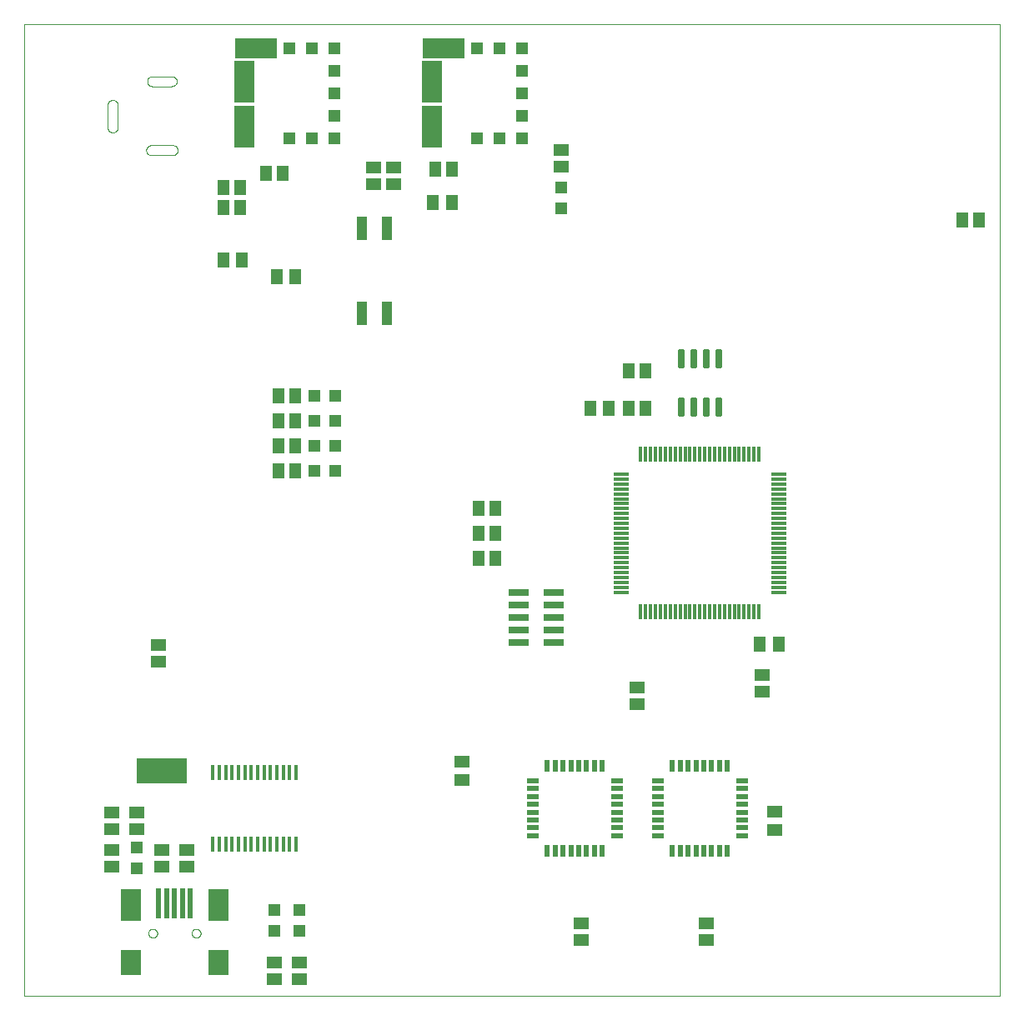
<source format=gtp>
G04 EAGLE Gerber X2 export*
%TF.Part,Single*%
%TF.FileFunction,Other,Solder paste top*%
%TF.FilePolarity,Positive*%
%TF.GenerationSoftware,Autodesk,EAGLE,9.1.1*%
%TF.CreationDate,2018-08-10T13:45:34Z*%
G75*
%MOMM*%
%FSLAX34Y34*%
%LPD*%
%AMOC8*
5,1,8,0,0,1.08239X$1,22.5*%
G01*
%ADD10C,0.000000*%
%ADD11R,1.270000X1.270000*%
%ADD12R,2.030000X4.320000*%
%ADD13R,4.320000X2.030000*%
%ADD14R,1.500000X1.300000*%
%ADD15R,1.300000X1.500000*%
%ADD16R,1.200000X1.200000*%
%ADD17R,2.000000X2.500000*%
%ADD18R,2.000000X3.300000*%
%ADD19R,0.500000X3.100000*%
%ADD20R,0.400000X1.500000*%
%ADD21R,2.050000X0.760000*%
%ADD22R,0.558800X1.270000*%
%ADD23R,1.270000X0.558800*%
%ADD24R,1.130000X2.440000*%
%ADD25R,0.350000X1.500000*%
%ADD26R,1.500000X0.350000*%
%ADD27C,0.300000*%
%ADD28R,5.080000X2.540000*%


D10*
X0Y12700D02*
X990400Y12700D01*
X990400Y1000000D01*
X0Y1000000D01*
X0Y12700D01*
D11*
X269200Y883900D03*
D12*
X223500Y895300D03*
X223500Y941100D03*
D13*
X234900Y975400D03*
D11*
X269200Y975400D03*
X315000Y975400D03*
X315000Y929700D03*
X315000Y906800D03*
X315000Y883900D03*
X292100Y883900D03*
X292100Y975400D03*
X315000Y952500D03*
X459700Y883900D03*
D12*
X414000Y895300D03*
X414000Y941100D03*
D13*
X425400Y975400D03*
D11*
X459700Y975400D03*
X505500Y975400D03*
X505500Y929700D03*
X505500Y906800D03*
X505500Y883900D03*
X482600Y883900D03*
X482600Y975400D03*
X505500Y952500D03*
D14*
X374904Y854066D03*
X374904Y837066D03*
D15*
X433950Y852170D03*
X416950Y852170D03*
X201812Y834136D03*
X218812Y834136D03*
X245500Y848614D03*
X262500Y848614D03*
D16*
X114300Y162900D03*
X114300Y141900D03*
D15*
X613800Y647700D03*
X630800Y647700D03*
D14*
X88900Y160900D03*
X88900Y143900D03*
X88900Y182000D03*
X88900Y199000D03*
X114300Y199000D03*
X114300Y182000D03*
X165100Y160900D03*
X165100Y143900D03*
X139700Y160900D03*
X139700Y143900D03*
D15*
X613800Y609600D03*
X630800Y609600D03*
D14*
X254000Y29600D03*
X254000Y46600D03*
X279400Y29600D03*
X279400Y46600D03*
D17*
X196900Y46200D03*
X107900Y46200D03*
D18*
X196900Y105200D03*
X107900Y105200D03*
D19*
X136400Y106200D03*
X144400Y106200D03*
X152400Y106200D03*
X160400Y106200D03*
X168400Y106200D03*
D10*
X125900Y76200D02*
X125902Y76334D01*
X125908Y76468D01*
X125918Y76601D01*
X125932Y76735D01*
X125950Y76868D01*
X125972Y77000D01*
X125997Y77131D01*
X126027Y77262D01*
X126061Y77392D01*
X126098Y77520D01*
X126139Y77648D01*
X126184Y77774D01*
X126233Y77899D01*
X126285Y78022D01*
X126341Y78144D01*
X126401Y78264D01*
X126464Y78382D01*
X126531Y78498D01*
X126601Y78612D01*
X126675Y78724D01*
X126752Y78834D01*
X126832Y78942D01*
X126915Y79047D01*
X127001Y79149D01*
X127090Y79249D01*
X127183Y79346D01*
X127278Y79441D01*
X127376Y79532D01*
X127476Y79621D01*
X127579Y79706D01*
X127685Y79789D01*
X127793Y79868D01*
X127903Y79944D01*
X128016Y80017D01*
X128131Y80086D01*
X128247Y80152D01*
X128366Y80214D01*
X128486Y80273D01*
X128609Y80328D01*
X128732Y80380D01*
X128857Y80427D01*
X128984Y80471D01*
X129112Y80512D01*
X129241Y80548D01*
X129371Y80581D01*
X129502Y80609D01*
X129633Y80634D01*
X129766Y80655D01*
X129899Y80672D01*
X130032Y80685D01*
X130166Y80694D01*
X130300Y80699D01*
X130434Y80700D01*
X130567Y80697D01*
X130701Y80690D01*
X130835Y80679D01*
X130968Y80664D01*
X131101Y80645D01*
X131233Y80622D01*
X131364Y80596D01*
X131494Y80565D01*
X131624Y80530D01*
X131752Y80492D01*
X131879Y80450D01*
X132005Y80404D01*
X132130Y80354D01*
X132253Y80301D01*
X132374Y80244D01*
X132494Y80183D01*
X132611Y80119D01*
X132727Y80052D01*
X132841Y79981D01*
X132952Y79906D01*
X133061Y79829D01*
X133168Y79748D01*
X133273Y79664D01*
X133374Y79577D01*
X133474Y79487D01*
X133570Y79394D01*
X133664Y79298D01*
X133755Y79199D01*
X133842Y79098D01*
X133927Y78994D01*
X134009Y78888D01*
X134087Y78780D01*
X134162Y78669D01*
X134234Y78556D01*
X134303Y78440D01*
X134368Y78323D01*
X134429Y78204D01*
X134487Y78083D01*
X134541Y77961D01*
X134592Y77837D01*
X134639Y77711D01*
X134682Y77584D01*
X134721Y77456D01*
X134757Y77327D01*
X134788Y77197D01*
X134816Y77066D01*
X134840Y76934D01*
X134860Y76801D01*
X134876Y76668D01*
X134888Y76535D01*
X134896Y76401D01*
X134900Y76267D01*
X134900Y76133D01*
X134896Y75999D01*
X134888Y75865D01*
X134876Y75732D01*
X134860Y75599D01*
X134840Y75466D01*
X134816Y75334D01*
X134788Y75203D01*
X134757Y75073D01*
X134721Y74944D01*
X134682Y74816D01*
X134639Y74689D01*
X134592Y74563D01*
X134541Y74439D01*
X134487Y74317D01*
X134429Y74196D01*
X134368Y74077D01*
X134303Y73960D01*
X134234Y73844D01*
X134162Y73731D01*
X134087Y73620D01*
X134009Y73512D01*
X133927Y73406D01*
X133842Y73302D01*
X133755Y73201D01*
X133664Y73102D01*
X133570Y73006D01*
X133474Y72913D01*
X133374Y72823D01*
X133273Y72736D01*
X133168Y72652D01*
X133061Y72571D01*
X132952Y72494D01*
X132841Y72419D01*
X132727Y72348D01*
X132611Y72281D01*
X132494Y72217D01*
X132374Y72156D01*
X132253Y72099D01*
X132130Y72046D01*
X132005Y71996D01*
X131879Y71950D01*
X131752Y71908D01*
X131624Y71870D01*
X131494Y71835D01*
X131364Y71804D01*
X131233Y71778D01*
X131101Y71755D01*
X130968Y71736D01*
X130835Y71721D01*
X130701Y71710D01*
X130567Y71703D01*
X130434Y71700D01*
X130300Y71701D01*
X130166Y71706D01*
X130032Y71715D01*
X129899Y71728D01*
X129766Y71745D01*
X129633Y71766D01*
X129502Y71791D01*
X129371Y71819D01*
X129241Y71852D01*
X129112Y71888D01*
X128984Y71929D01*
X128857Y71973D01*
X128732Y72020D01*
X128609Y72072D01*
X128486Y72127D01*
X128366Y72186D01*
X128247Y72248D01*
X128131Y72314D01*
X128016Y72383D01*
X127903Y72456D01*
X127793Y72532D01*
X127685Y72611D01*
X127579Y72694D01*
X127476Y72779D01*
X127376Y72868D01*
X127278Y72959D01*
X127183Y73054D01*
X127090Y73151D01*
X127001Y73251D01*
X126915Y73353D01*
X126832Y73458D01*
X126752Y73566D01*
X126675Y73676D01*
X126601Y73788D01*
X126531Y73902D01*
X126464Y74018D01*
X126401Y74136D01*
X126341Y74256D01*
X126285Y74378D01*
X126233Y74501D01*
X126184Y74626D01*
X126139Y74752D01*
X126098Y74880D01*
X126061Y75008D01*
X126027Y75138D01*
X125997Y75269D01*
X125972Y75400D01*
X125950Y75532D01*
X125932Y75665D01*
X125918Y75799D01*
X125908Y75932D01*
X125902Y76066D01*
X125900Y76200D01*
X169900Y76200D02*
X169902Y76334D01*
X169908Y76468D01*
X169918Y76601D01*
X169932Y76735D01*
X169950Y76868D01*
X169972Y77000D01*
X169997Y77131D01*
X170027Y77262D01*
X170061Y77392D01*
X170098Y77520D01*
X170139Y77648D01*
X170184Y77774D01*
X170233Y77899D01*
X170285Y78022D01*
X170341Y78144D01*
X170401Y78264D01*
X170464Y78382D01*
X170531Y78498D01*
X170601Y78612D01*
X170675Y78724D01*
X170752Y78834D01*
X170832Y78942D01*
X170915Y79047D01*
X171001Y79149D01*
X171090Y79249D01*
X171183Y79346D01*
X171278Y79441D01*
X171376Y79532D01*
X171476Y79621D01*
X171579Y79706D01*
X171685Y79789D01*
X171793Y79868D01*
X171903Y79944D01*
X172016Y80017D01*
X172131Y80086D01*
X172247Y80152D01*
X172366Y80214D01*
X172486Y80273D01*
X172609Y80328D01*
X172732Y80380D01*
X172857Y80427D01*
X172984Y80471D01*
X173112Y80512D01*
X173241Y80548D01*
X173371Y80581D01*
X173502Y80609D01*
X173633Y80634D01*
X173766Y80655D01*
X173899Y80672D01*
X174032Y80685D01*
X174166Y80694D01*
X174300Y80699D01*
X174434Y80700D01*
X174567Y80697D01*
X174701Y80690D01*
X174835Y80679D01*
X174968Y80664D01*
X175101Y80645D01*
X175233Y80622D01*
X175364Y80596D01*
X175494Y80565D01*
X175624Y80530D01*
X175752Y80492D01*
X175879Y80450D01*
X176005Y80404D01*
X176130Y80354D01*
X176253Y80301D01*
X176374Y80244D01*
X176494Y80183D01*
X176611Y80119D01*
X176727Y80052D01*
X176841Y79981D01*
X176952Y79906D01*
X177061Y79829D01*
X177168Y79748D01*
X177273Y79664D01*
X177374Y79577D01*
X177474Y79487D01*
X177570Y79394D01*
X177664Y79298D01*
X177755Y79199D01*
X177842Y79098D01*
X177927Y78994D01*
X178009Y78888D01*
X178087Y78780D01*
X178162Y78669D01*
X178234Y78556D01*
X178303Y78440D01*
X178368Y78323D01*
X178429Y78204D01*
X178487Y78083D01*
X178541Y77961D01*
X178592Y77837D01*
X178639Y77711D01*
X178682Y77584D01*
X178721Y77456D01*
X178757Y77327D01*
X178788Y77197D01*
X178816Y77066D01*
X178840Y76934D01*
X178860Y76801D01*
X178876Y76668D01*
X178888Y76535D01*
X178896Y76401D01*
X178900Y76267D01*
X178900Y76133D01*
X178896Y75999D01*
X178888Y75865D01*
X178876Y75732D01*
X178860Y75599D01*
X178840Y75466D01*
X178816Y75334D01*
X178788Y75203D01*
X178757Y75073D01*
X178721Y74944D01*
X178682Y74816D01*
X178639Y74689D01*
X178592Y74563D01*
X178541Y74439D01*
X178487Y74317D01*
X178429Y74196D01*
X178368Y74077D01*
X178303Y73960D01*
X178234Y73844D01*
X178162Y73731D01*
X178087Y73620D01*
X178009Y73512D01*
X177927Y73406D01*
X177842Y73302D01*
X177755Y73201D01*
X177664Y73102D01*
X177570Y73006D01*
X177474Y72913D01*
X177374Y72823D01*
X177273Y72736D01*
X177168Y72652D01*
X177061Y72571D01*
X176952Y72494D01*
X176841Y72419D01*
X176727Y72348D01*
X176611Y72281D01*
X176494Y72217D01*
X176374Y72156D01*
X176253Y72099D01*
X176130Y72046D01*
X176005Y71996D01*
X175879Y71950D01*
X175752Y71908D01*
X175624Y71870D01*
X175494Y71835D01*
X175364Y71804D01*
X175233Y71778D01*
X175101Y71755D01*
X174968Y71736D01*
X174835Y71721D01*
X174701Y71710D01*
X174567Y71703D01*
X174434Y71700D01*
X174300Y71701D01*
X174166Y71706D01*
X174032Y71715D01*
X173899Y71728D01*
X173766Y71745D01*
X173633Y71766D01*
X173502Y71791D01*
X173371Y71819D01*
X173241Y71852D01*
X173112Y71888D01*
X172984Y71929D01*
X172857Y71973D01*
X172732Y72020D01*
X172609Y72072D01*
X172486Y72127D01*
X172366Y72186D01*
X172247Y72248D01*
X172131Y72314D01*
X172016Y72383D01*
X171903Y72456D01*
X171793Y72532D01*
X171685Y72611D01*
X171579Y72694D01*
X171476Y72779D01*
X171376Y72868D01*
X171278Y72959D01*
X171183Y73054D01*
X171090Y73151D01*
X171001Y73251D01*
X170915Y73353D01*
X170832Y73458D01*
X170752Y73566D01*
X170675Y73676D01*
X170601Y73788D01*
X170531Y73902D01*
X170464Y74018D01*
X170401Y74136D01*
X170341Y74256D01*
X170285Y74378D01*
X170233Y74501D01*
X170184Y74626D01*
X170139Y74752D01*
X170098Y74880D01*
X170061Y75008D01*
X170027Y75138D01*
X169997Y75269D01*
X169972Y75400D01*
X169950Y75532D01*
X169932Y75665D01*
X169918Y75799D01*
X169908Y75932D01*
X169902Y76066D01*
X169900Y76200D01*
D20*
X191430Y166950D03*
X197930Y166950D03*
X204430Y166950D03*
X210930Y166950D03*
X217430Y166950D03*
X223930Y166950D03*
X230430Y166950D03*
X236930Y166950D03*
X243430Y166950D03*
X249930Y166950D03*
X256430Y166950D03*
X262930Y166950D03*
X269430Y166950D03*
X275930Y166950D03*
X275930Y239450D03*
X269430Y239450D03*
X262930Y239450D03*
X256430Y239450D03*
X249930Y239450D03*
X243430Y239450D03*
X236930Y239450D03*
X230430Y239450D03*
X223930Y239450D03*
X217430Y239450D03*
X210930Y239450D03*
X204430Y239450D03*
X197930Y239450D03*
X191430Y239450D03*
D15*
X275200Y546100D03*
X258200Y546100D03*
X275200Y571500D03*
X258200Y571500D03*
X275200Y596900D03*
X258200Y596900D03*
X275200Y622300D03*
X258200Y622300D03*
D21*
X537484Y371348D03*
X501884Y371348D03*
X537484Y384048D03*
X501884Y384048D03*
X537484Y396748D03*
X501884Y396748D03*
X537484Y409448D03*
X501884Y409448D03*
X537484Y422148D03*
X501884Y422148D03*
D16*
X279400Y78400D03*
X279400Y99400D03*
X254000Y78400D03*
X254000Y99400D03*
D14*
X565150Y85970D03*
X565150Y68970D03*
X692150Y85970D03*
X692150Y68970D03*
X135890Y352180D03*
X135890Y369180D03*
D22*
X530800Y160274D03*
X538800Y160274D03*
X546800Y160274D03*
X554800Y160274D03*
X562800Y160274D03*
X570800Y160274D03*
X578800Y160274D03*
X586800Y160274D03*
D23*
X601726Y175200D03*
X601726Y183200D03*
X601726Y191200D03*
X601726Y199200D03*
X601726Y207200D03*
X601726Y215200D03*
X601726Y223200D03*
X601726Y231200D03*
D22*
X586800Y246126D03*
X578800Y246126D03*
X570800Y246126D03*
X562800Y246126D03*
X554800Y246126D03*
X546800Y246126D03*
X538800Y246126D03*
X530800Y246126D03*
D23*
X515874Y231200D03*
X515874Y223200D03*
X515874Y215200D03*
X515874Y207200D03*
X515874Y199200D03*
X515874Y191200D03*
X515874Y183200D03*
X515874Y175200D03*
D14*
X444500Y250800D03*
X444500Y231800D03*
D22*
X657800Y160274D03*
X665800Y160274D03*
X673800Y160274D03*
X681800Y160274D03*
X689800Y160274D03*
X697800Y160274D03*
X705800Y160274D03*
X713800Y160274D03*
D23*
X728726Y175200D03*
X728726Y183200D03*
X728726Y191200D03*
X728726Y199200D03*
X728726Y207200D03*
X728726Y215200D03*
X728726Y223200D03*
X728726Y231200D03*
D22*
X713800Y246126D03*
X705800Y246126D03*
X697800Y246126D03*
X689800Y246126D03*
X681800Y246126D03*
X673800Y246126D03*
X665800Y246126D03*
X657800Y246126D03*
D23*
X642874Y231200D03*
X642874Y223200D03*
X642874Y215200D03*
X642874Y207200D03*
X642874Y199200D03*
X642874Y191200D03*
X642874Y183200D03*
X642874Y175200D03*
D14*
X762000Y181000D03*
X762000Y200000D03*
D15*
X478400Y457200D03*
X461400Y457200D03*
X478400Y482600D03*
X461400Y482600D03*
X478400Y508000D03*
X461400Y508000D03*
D14*
X354330Y837066D03*
X354330Y854066D03*
D15*
X218812Y813562D03*
X201812Y813562D03*
D24*
X368300Y792300D03*
X342900Y792300D03*
X342900Y706300D03*
X368300Y706300D03*
D16*
X315300Y546100D03*
X294300Y546100D03*
X315300Y571500D03*
X294300Y571500D03*
X315300Y596900D03*
X294300Y596900D03*
X315300Y622300D03*
X294300Y622300D03*
D25*
X625800Y402600D03*
X630800Y402600D03*
X635800Y402600D03*
X640800Y402600D03*
X645800Y402600D03*
X650800Y402600D03*
X655800Y402600D03*
X660800Y402600D03*
X665800Y402600D03*
X670800Y402600D03*
X675800Y402600D03*
X680800Y402600D03*
X685800Y402600D03*
X690800Y402600D03*
X695800Y402600D03*
X700800Y402600D03*
X705800Y402600D03*
X710800Y402600D03*
X715800Y402600D03*
X720800Y402600D03*
X725800Y402600D03*
X730800Y402600D03*
X735800Y402600D03*
X740800Y402600D03*
X745800Y402600D03*
D26*
X765800Y422600D03*
X765800Y427600D03*
X765800Y432600D03*
X765800Y437600D03*
X765800Y442600D03*
X765800Y447600D03*
X765800Y452600D03*
X765800Y457600D03*
X765800Y462600D03*
X765800Y467600D03*
X765800Y472600D03*
X765800Y477600D03*
X765800Y482600D03*
X765800Y487600D03*
X765800Y492600D03*
X765800Y497600D03*
X765800Y502600D03*
X765800Y507600D03*
X765800Y512600D03*
X765800Y517600D03*
X765800Y522600D03*
X765800Y527600D03*
X765800Y532600D03*
X765800Y537600D03*
X765800Y542600D03*
D25*
X745800Y562600D03*
X740800Y562600D03*
X735800Y562600D03*
X730800Y562600D03*
X725800Y562600D03*
X720800Y562600D03*
X715800Y562600D03*
X710800Y562600D03*
X705800Y562600D03*
X700800Y562600D03*
X695800Y562600D03*
X690800Y562600D03*
X685800Y562600D03*
X680800Y562600D03*
X675800Y562600D03*
X670800Y562600D03*
X665800Y562600D03*
X660800Y562600D03*
X655800Y562600D03*
X650800Y562600D03*
X645800Y562600D03*
X640800Y562600D03*
X635800Y562600D03*
X630800Y562600D03*
X625800Y562600D03*
D26*
X605800Y542600D03*
X605800Y537600D03*
X605800Y532600D03*
X605800Y527600D03*
X605800Y522600D03*
X605800Y517600D03*
X605800Y512600D03*
X605800Y507600D03*
X605800Y502600D03*
X605800Y497600D03*
X605800Y492600D03*
X605800Y487600D03*
X605800Y482600D03*
X605800Y477600D03*
X605800Y472600D03*
X605800Y467600D03*
X605800Y462600D03*
X605800Y457600D03*
X605800Y452600D03*
X605800Y447600D03*
X605800Y442600D03*
X605800Y437600D03*
X605800Y432600D03*
X605800Y427600D03*
X605800Y422600D03*
D27*
X668250Y602350D02*
X668250Y618450D01*
X668250Y602350D02*
X665250Y602350D01*
X665250Y618450D01*
X668250Y618450D01*
X668250Y605200D02*
X665250Y605200D01*
X665250Y608050D02*
X668250Y608050D01*
X668250Y610900D02*
X665250Y610900D01*
X665250Y613750D02*
X668250Y613750D01*
X668250Y616600D02*
X665250Y616600D01*
X680950Y618450D02*
X680950Y602350D01*
X677950Y602350D01*
X677950Y618450D01*
X680950Y618450D01*
X680950Y605200D02*
X677950Y605200D01*
X677950Y608050D02*
X680950Y608050D01*
X680950Y610900D02*
X677950Y610900D01*
X677950Y613750D02*
X680950Y613750D01*
X680950Y616600D02*
X677950Y616600D01*
X693650Y618450D02*
X693650Y602350D01*
X690650Y602350D01*
X690650Y618450D01*
X693650Y618450D01*
X693650Y605200D02*
X690650Y605200D01*
X690650Y608050D02*
X693650Y608050D01*
X693650Y610900D02*
X690650Y610900D01*
X690650Y613750D02*
X693650Y613750D01*
X693650Y616600D02*
X690650Y616600D01*
X706350Y618450D02*
X706350Y602350D01*
X703350Y602350D01*
X703350Y618450D01*
X706350Y618450D01*
X706350Y605200D02*
X703350Y605200D01*
X703350Y608050D02*
X706350Y608050D01*
X706350Y610900D02*
X703350Y610900D01*
X703350Y613750D02*
X706350Y613750D01*
X706350Y616600D02*
X703350Y616600D01*
X706350Y651550D02*
X706350Y667650D01*
X706350Y651550D02*
X703350Y651550D01*
X703350Y667650D01*
X706350Y667650D01*
X706350Y654400D02*
X703350Y654400D01*
X703350Y657250D02*
X706350Y657250D01*
X706350Y660100D02*
X703350Y660100D01*
X703350Y662950D02*
X706350Y662950D01*
X706350Y665800D02*
X703350Y665800D01*
X693650Y667650D02*
X693650Y651550D01*
X690650Y651550D01*
X690650Y667650D01*
X693650Y667650D01*
X693650Y654400D02*
X690650Y654400D01*
X690650Y657250D02*
X693650Y657250D01*
X693650Y660100D02*
X690650Y660100D01*
X690650Y662950D02*
X693650Y662950D01*
X693650Y665800D02*
X690650Y665800D01*
X680950Y667650D02*
X680950Y651550D01*
X677950Y651550D01*
X677950Y667650D01*
X680950Y667650D01*
X680950Y654400D02*
X677950Y654400D01*
X677950Y657250D02*
X680950Y657250D01*
X680950Y660100D02*
X677950Y660100D01*
X677950Y662950D02*
X680950Y662950D01*
X680950Y665800D02*
X677950Y665800D01*
X668250Y667650D02*
X668250Y651550D01*
X665250Y651550D01*
X665250Y667650D01*
X668250Y667650D01*
X668250Y654400D02*
X665250Y654400D01*
X665250Y657250D02*
X668250Y657250D01*
X668250Y660100D02*
X665250Y660100D01*
X665250Y662950D02*
X668250Y662950D01*
X668250Y665800D02*
X665250Y665800D01*
D15*
X968874Y800608D03*
X951874Y800608D03*
D10*
X149700Y936700D02*
X149840Y936702D01*
X149980Y936708D01*
X150120Y936718D01*
X150260Y936731D01*
X150399Y936749D01*
X150538Y936771D01*
X150675Y936796D01*
X150813Y936825D01*
X150949Y936858D01*
X151084Y936895D01*
X151218Y936936D01*
X151351Y936981D01*
X151483Y937029D01*
X151613Y937081D01*
X151742Y937136D01*
X151869Y937195D01*
X151995Y937258D01*
X152119Y937324D01*
X152240Y937393D01*
X152360Y937466D01*
X152478Y937543D01*
X152593Y937622D01*
X152707Y937705D01*
X152817Y937791D01*
X152926Y937880D01*
X153032Y937972D01*
X153135Y938067D01*
X153236Y938164D01*
X153333Y938265D01*
X153428Y938368D01*
X153520Y938474D01*
X153609Y938583D01*
X153695Y938693D01*
X153778Y938807D01*
X153857Y938922D01*
X153934Y939040D01*
X154007Y939160D01*
X154076Y939281D01*
X154142Y939405D01*
X154205Y939531D01*
X154264Y939658D01*
X154319Y939787D01*
X154371Y939917D01*
X154419Y940049D01*
X154464Y940182D01*
X154505Y940316D01*
X154542Y940451D01*
X154575Y940587D01*
X154604Y940725D01*
X154629Y940862D01*
X154651Y941001D01*
X154669Y941140D01*
X154682Y941280D01*
X154692Y941420D01*
X154698Y941560D01*
X154700Y941700D01*
X154698Y941840D01*
X154692Y941980D01*
X154682Y942120D01*
X154669Y942260D01*
X154651Y942399D01*
X154629Y942538D01*
X154604Y942675D01*
X154575Y942813D01*
X154542Y942949D01*
X154505Y943084D01*
X154464Y943218D01*
X154419Y943351D01*
X154371Y943483D01*
X154319Y943613D01*
X154264Y943742D01*
X154205Y943869D01*
X154142Y943995D01*
X154076Y944119D01*
X154007Y944240D01*
X153934Y944360D01*
X153857Y944478D01*
X153778Y944593D01*
X153695Y944707D01*
X153609Y944817D01*
X153520Y944926D01*
X153428Y945032D01*
X153333Y945135D01*
X153236Y945236D01*
X153135Y945333D01*
X153032Y945428D01*
X152926Y945520D01*
X152817Y945609D01*
X152707Y945695D01*
X152593Y945778D01*
X152478Y945857D01*
X152360Y945934D01*
X152240Y946007D01*
X152119Y946076D01*
X151995Y946142D01*
X151869Y946205D01*
X151742Y946264D01*
X151613Y946319D01*
X151483Y946371D01*
X151351Y946419D01*
X151218Y946464D01*
X151084Y946505D01*
X150949Y946542D01*
X150813Y946575D01*
X150675Y946604D01*
X150538Y946629D01*
X150399Y946651D01*
X150260Y946669D01*
X150120Y946682D01*
X149980Y946692D01*
X149840Y946698D01*
X149700Y946700D01*
X129700Y946700D02*
X129560Y946698D01*
X129420Y946692D01*
X129280Y946682D01*
X129140Y946669D01*
X129001Y946651D01*
X128862Y946629D01*
X128725Y946604D01*
X128587Y946575D01*
X128451Y946542D01*
X128316Y946505D01*
X128182Y946464D01*
X128049Y946419D01*
X127917Y946371D01*
X127787Y946319D01*
X127658Y946264D01*
X127531Y946205D01*
X127405Y946142D01*
X127281Y946076D01*
X127160Y946007D01*
X127040Y945934D01*
X126922Y945857D01*
X126807Y945778D01*
X126693Y945695D01*
X126583Y945609D01*
X126474Y945520D01*
X126368Y945428D01*
X126265Y945333D01*
X126164Y945236D01*
X126067Y945135D01*
X125972Y945032D01*
X125880Y944926D01*
X125791Y944817D01*
X125705Y944707D01*
X125622Y944593D01*
X125543Y944478D01*
X125466Y944360D01*
X125393Y944240D01*
X125324Y944119D01*
X125258Y943995D01*
X125195Y943869D01*
X125136Y943742D01*
X125081Y943613D01*
X125029Y943483D01*
X124981Y943351D01*
X124936Y943218D01*
X124895Y943084D01*
X124858Y942949D01*
X124825Y942813D01*
X124796Y942675D01*
X124771Y942538D01*
X124749Y942399D01*
X124731Y942260D01*
X124718Y942120D01*
X124708Y941980D01*
X124702Y941840D01*
X124700Y941700D01*
X124702Y941560D01*
X124708Y941420D01*
X124718Y941280D01*
X124731Y941140D01*
X124749Y941001D01*
X124771Y940862D01*
X124796Y940725D01*
X124825Y940587D01*
X124858Y940451D01*
X124895Y940316D01*
X124936Y940182D01*
X124981Y940049D01*
X125029Y939917D01*
X125081Y939787D01*
X125136Y939658D01*
X125195Y939531D01*
X125258Y939405D01*
X125324Y939281D01*
X125393Y939160D01*
X125466Y939040D01*
X125543Y938922D01*
X125622Y938807D01*
X125705Y938693D01*
X125791Y938583D01*
X125880Y938474D01*
X125972Y938368D01*
X126067Y938265D01*
X126164Y938164D01*
X126265Y938067D01*
X126368Y937972D01*
X126474Y937880D01*
X126583Y937791D01*
X126693Y937705D01*
X126807Y937622D01*
X126922Y937543D01*
X127040Y937466D01*
X127160Y937393D01*
X127281Y937324D01*
X127405Y937258D01*
X127531Y937195D01*
X127658Y937136D01*
X127787Y937081D01*
X127917Y937029D01*
X128049Y936981D01*
X128182Y936936D01*
X128316Y936895D01*
X128451Y936858D01*
X128587Y936825D01*
X128725Y936796D01*
X128862Y936771D01*
X129001Y936749D01*
X129140Y936731D01*
X129280Y936718D01*
X129420Y936708D01*
X129560Y936702D01*
X129700Y936700D01*
X149700Y936700D01*
X149700Y946700D02*
X129700Y946700D01*
X94700Y894700D02*
X94698Y894560D01*
X94692Y894420D01*
X94682Y894280D01*
X94669Y894140D01*
X94651Y894001D01*
X94629Y893862D01*
X94604Y893725D01*
X94575Y893587D01*
X94542Y893451D01*
X94505Y893316D01*
X94464Y893182D01*
X94419Y893049D01*
X94371Y892917D01*
X94319Y892787D01*
X94264Y892658D01*
X94205Y892531D01*
X94142Y892405D01*
X94076Y892281D01*
X94007Y892160D01*
X93934Y892040D01*
X93857Y891922D01*
X93778Y891807D01*
X93695Y891693D01*
X93609Y891583D01*
X93520Y891474D01*
X93428Y891368D01*
X93333Y891265D01*
X93236Y891164D01*
X93135Y891067D01*
X93032Y890972D01*
X92926Y890880D01*
X92817Y890791D01*
X92707Y890705D01*
X92593Y890622D01*
X92478Y890543D01*
X92360Y890466D01*
X92240Y890393D01*
X92119Y890324D01*
X91995Y890258D01*
X91869Y890195D01*
X91742Y890136D01*
X91613Y890081D01*
X91483Y890029D01*
X91351Y889981D01*
X91218Y889936D01*
X91084Y889895D01*
X90949Y889858D01*
X90813Y889825D01*
X90675Y889796D01*
X90538Y889771D01*
X90399Y889749D01*
X90260Y889731D01*
X90120Y889718D01*
X89980Y889708D01*
X89840Y889702D01*
X89700Y889700D01*
X89560Y889702D01*
X89420Y889708D01*
X89280Y889718D01*
X89140Y889731D01*
X89001Y889749D01*
X88862Y889771D01*
X88725Y889796D01*
X88587Y889825D01*
X88451Y889858D01*
X88316Y889895D01*
X88182Y889936D01*
X88049Y889981D01*
X87917Y890029D01*
X87787Y890081D01*
X87658Y890136D01*
X87531Y890195D01*
X87405Y890258D01*
X87281Y890324D01*
X87160Y890393D01*
X87040Y890466D01*
X86922Y890543D01*
X86807Y890622D01*
X86693Y890705D01*
X86583Y890791D01*
X86474Y890880D01*
X86368Y890972D01*
X86265Y891067D01*
X86164Y891164D01*
X86067Y891265D01*
X85972Y891368D01*
X85880Y891474D01*
X85791Y891583D01*
X85705Y891693D01*
X85622Y891807D01*
X85543Y891922D01*
X85466Y892040D01*
X85393Y892160D01*
X85324Y892281D01*
X85258Y892405D01*
X85195Y892531D01*
X85136Y892658D01*
X85081Y892787D01*
X85029Y892917D01*
X84981Y893049D01*
X84936Y893182D01*
X84895Y893316D01*
X84858Y893451D01*
X84825Y893587D01*
X84796Y893725D01*
X84771Y893862D01*
X84749Y894001D01*
X84731Y894140D01*
X84718Y894280D01*
X84708Y894420D01*
X84702Y894560D01*
X84700Y894700D01*
X84700Y917700D02*
X84702Y917840D01*
X84708Y917980D01*
X84718Y918120D01*
X84731Y918260D01*
X84749Y918399D01*
X84771Y918538D01*
X84796Y918675D01*
X84825Y918813D01*
X84858Y918949D01*
X84895Y919084D01*
X84936Y919218D01*
X84981Y919351D01*
X85029Y919483D01*
X85081Y919613D01*
X85136Y919742D01*
X85195Y919869D01*
X85258Y919995D01*
X85324Y920119D01*
X85393Y920240D01*
X85466Y920360D01*
X85543Y920478D01*
X85622Y920593D01*
X85705Y920707D01*
X85791Y920817D01*
X85880Y920926D01*
X85972Y921032D01*
X86067Y921135D01*
X86164Y921236D01*
X86265Y921333D01*
X86368Y921428D01*
X86474Y921520D01*
X86583Y921609D01*
X86693Y921695D01*
X86807Y921778D01*
X86922Y921857D01*
X87040Y921934D01*
X87160Y922007D01*
X87281Y922076D01*
X87405Y922142D01*
X87531Y922205D01*
X87658Y922264D01*
X87787Y922319D01*
X87917Y922371D01*
X88049Y922419D01*
X88182Y922464D01*
X88316Y922505D01*
X88451Y922542D01*
X88587Y922575D01*
X88725Y922604D01*
X88862Y922629D01*
X89001Y922651D01*
X89140Y922669D01*
X89280Y922682D01*
X89420Y922692D01*
X89560Y922698D01*
X89700Y922700D01*
X89840Y922698D01*
X89980Y922692D01*
X90120Y922682D01*
X90260Y922669D01*
X90399Y922651D01*
X90538Y922629D01*
X90675Y922604D01*
X90813Y922575D01*
X90949Y922542D01*
X91084Y922505D01*
X91218Y922464D01*
X91351Y922419D01*
X91483Y922371D01*
X91613Y922319D01*
X91742Y922264D01*
X91869Y922205D01*
X91995Y922142D01*
X92119Y922076D01*
X92240Y922007D01*
X92360Y921934D01*
X92478Y921857D01*
X92593Y921778D01*
X92707Y921695D01*
X92817Y921609D01*
X92926Y921520D01*
X93032Y921428D01*
X93135Y921333D01*
X93236Y921236D01*
X93333Y921135D01*
X93428Y921032D01*
X93520Y920926D01*
X93609Y920817D01*
X93695Y920707D01*
X93778Y920593D01*
X93857Y920478D01*
X93934Y920360D01*
X94007Y920240D01*
X94076Y920119D01*
X94142Y919995D01*
X94205Y919869D01*
X94264Y919742D01*
X94319Y919613D01*
X94371Y919483D01*
X94419Y919351D01*
X94464Y919218D01*
X94505Y919084D01*
X94542Y918949D01*
X94575Y918813D01*
X94604Y918675D01*
X94629Y918538D01*
X94651Y918399D01*
X94669Y918260D01*
X94682Y918120D01*
X94692Y917980D01*
X94698Y917840D01*
X94700Y917700D01*
X84700Y917700D02*
X84700Y894700D01*
X94700Y894700D02*
X94700Y917700D01*
X150700Y876700D02*
X150840Y876698D01*
X150980Y876692D01*
X151120Y876682D01*
X151260Y876669D01*
X151399Y876651D01*
X151538Y876629D01*
X151675Y876604D01*
X151813Y876575D01*
X151949Y876542D01*
X152084Y876505D01*
X152218Y876464D01*
X152351Y876419D01*
X152483Y876371D01*
X152613Y876319D01*
X152742Y876264D01*
X152869Y876205D01*
X152995Y876142D01*
X153119Y876076D01*
X153240Y876007D01*
X153360Y875934D01*
X153478Y875857D01*
X153593Y875778D01*
X153707Y875695D01*
X153817Y875609D01*
X153926Y875520D01*
X154032Y875428D01*
X154135Y875333D01*
X154236Y875236D01*
X154333Y875135D01*
X154428Y875032D01*
X154520Y874926D01*
X154609Y874817D01*
X154695Y874707D01*
X154778Y874593D01*
X154857Y874478D01*
X154934Y874360D01*
X155007Y874240D01*
X155076Y874119D01*
X155142Y873995D01*
X155205Y873869D01*
X155264Y873742D01*
X155319Y873613D01*
X155371Y873483D01*
X155419Y873351D01*
X155464Y873218D01*
X155505Y873084D01*
X155542Y872949D01*
X155575Y872813D01*
X155604Y872675D01*
X155629Y872538D01*
X155651Y872399D01*
X155669Y872260D01*
X155682Y872120D01*
X155692Y871980D01*
X155698Y871840D01*
X155700Y871700D01*
X155698Y871560D01*
X155692Y871420D01*
X155682Y871280D01*
X155669Y871140D01*
X155651Y871001D01*
X155629Y870862D01*
X155604Y870725D01*
X155575Y870587D01*
X155542Y870451D01*
X155505Y870316D01*
X155464Y870182D01*
X155419Y870049D01*
X155371Y869917D01*
X155319Y869787D01*
X155264Y869658D01*
X155205Y869531D01*
X155142Y869405D01*
X155076Y869281D01*
X155007Y869160D01*
X154934Y869040D01*
X154857Y868922D01*
X154778Y868807D01*
X154695Y868693D01*
X154609Y868583D01*
X154520Y868474D01*
X154428Y868368D01*
X154333Y868265D01*
X154236Y868164D01*
X154135Y868067D01*
X154032Y867972D01*
X153926Y867880D01*
X153817Y867791D01*
X153707Y867705D01*
X153593Y867622D01*
X153478Y867543D01*
X153360Y867466D01*
X153240Y867393D01*
X153119Y867324D01*
X152995Y867258D01*
X152869Y867195D01*
X152742Y867136D01*
X152613Y867081D01*
X152483Y867029D01*
X152351Y866981D01*
X152218Y866936D01*
X152084Y866895D01*
X151949Y866858D01*
X151813Y866825D01*
X151675Y866796D01*
X151538Y866771D01*
X151399Y866749D01*
X151260Y866731D01*
X151120Y866718D01*
X150980Y866708D01*
X150840Y866702D01*
X150700Y866700D01*
X128700Y866700D02*
X128560Y866702D01*
X128420Y866708D01*
X128280Y866718D01*
X128140Y866731D01*
X128001Y866749D01*
X127862Y866771D01*
X127725Y866796D01*
X127587Y866825D01*
X127451Y866858D01*
X127316Y866895D01*
X127182Y866936D01*
X127049Y866981D01*
X126917Y867029D01*
X126787Y867081D01*
X126658Y867136D01*
X126531Y867195D01*
X126405Y867258D01*
X126281Y867324D01*
X126160Y867393D01*
X126040Y867466D01*
X125922Y867543D01*
X125807Y867622D01*
X125693Y867705D01*
X125583Y867791D01*
X125474Y867880D01*
X125368Y867972D01*
X125265Y868067D01*
X125164Y868164D01*
X125067Y868265D01*
X124972Y868368D01*
X124880Y868474D01*
X124791Y868583D01*
X124705Y868693D01*
X124622Y868807D01*
X124543Y868922D01*
X124466Y869040D01*
X124393Y869160D01*
X124324Y869281D01*
X124258Y869405D01*
X124195Y869531D01*
X124136Y869658D01*
X124081Y869787D01*
X124029Y869917D01*
X123981Y870049D01*
X123936Y870182D01*
X123895Y870316D01*
X123858Y870451D01*
X123825Y870587D01*
X123796Y870725D01*
X123771Y870862D01*
X123749Y871001D01*
X123731Y871140D01*
X123718Y871280D01*
X123708Y871420D01*
X123702Y871560D01*
X123700Y871700D01*
X123702Y871840D01*
X123708Y871980D01*
X123718Y872120D01*
X123731Y872260D01*
X123749Y872399D01*
X123771Y872538D01*
X123796Y872675D01*
X123825Y872813D01*
X123858Y872949D01*
X123895Y873084D01*
X123936Y873218D01*
X123981Y873351D01*
X124029Y873483D01*
X124081Y873613D01*
X124136Y873742D01*
X124195Y873869D01*
X124258Y873995D01*
X124324Y874119D01*
X124393Y874240D01*
X124466Y874360D01*
X124543Y874478D01*
X124622Y874593D01*
X124705Y874707D01*
X124791Y874817D01*
X124880Y874926D01*
X124972Y875032D01*
X125067Y875135D01*
X125164Y875236D01*
X125265Y875333D01*
X125368Y875428D01*
X125474Y875520D01*
X125583Y875609D01*
X125693Y875695D01*
X125807Y875778D01*
X125922Y875857D01*
X126040Y875934D01*
X126160Y876007D01*
X126281Y876076D01*
X126405Y876142D01*
X126531Y876205D01*
X126658Y876264D01*
X126787Y876319D01*
X126917Y876371D01*
X127049Y876419D01*
X127182Y876464D01*
X127316Y876505D01*
X127451Y876542D01*
X127587Y876575D01*
X127725Y876604D01*
X127862Y876629D01*
X128001Y876651D01*
X128140Y876669D01*
X128280Y876682D01*
X128420Y876692D01*
X128560Y876698D01*
X128700Y876700D01*
X150700Y876700D01*
X150700Y866700D02*
X128700Y866700D01*
D15*
X746658Y370078D03*
X765658Y370078D03*
D28*
X139700Y241300D03*
D14*
X749300Y321700D03*
X749300Y338700D03*
X622300Y309000D03*
X622300Y326000D03*
D15*
X593700Y609600D03*
X574700Y609600D03*
D16*
X545084Y833460D03*
X545084Y812460D03*
D14*
X545084Y872354D03*
X545084Y855354D03*
D15*
X201828Y760476D03*
X220828Y760476D03*
X433934Y818642D03*
X414934Y818642D03*
X255930Y743204D03*
X274930Y743204D03*
M02*

</source>
